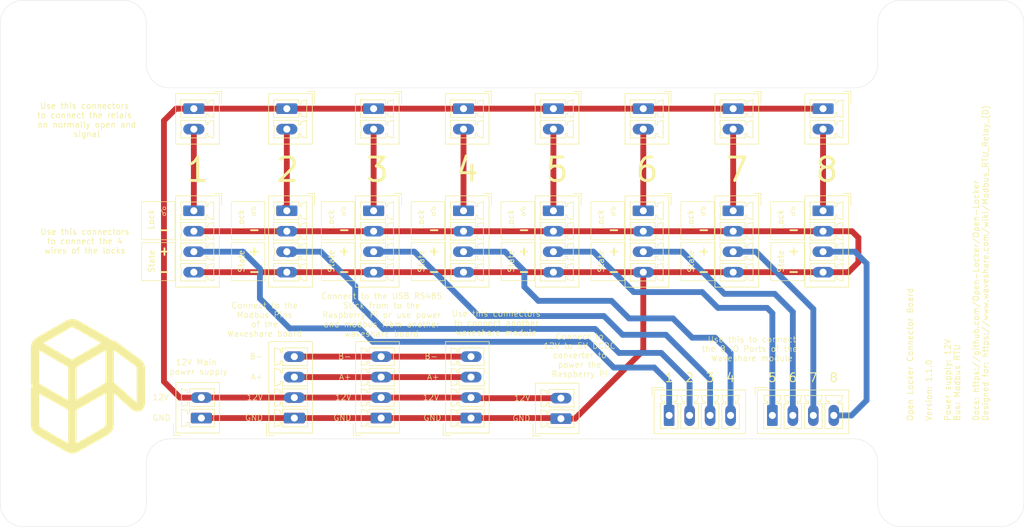
<source format=kicad_pcb>
(kicad_pcb (version 20241229) (generator "pcbnew") (generator_version "9.0")
  (title_block (title "Open Locker Connection Board") (rev "1.0.0"))
  (layers (0 "F.Cu" signal) (2 "B.Cu" signal) (13 "F.Paste" user) (15 "B.Paste" user) (5 "F.SilkS" user "F.Silkscreen") (7 "B.SilkS" user "B.Silkscreen") (1 "F.Mask" user) (3 "B.Mask" user) (25 "Edge.Cuts" user))
  (net 0 "")
  (net 1 "Net-(CH_1-Pin_1)")
  (net 2 "Net-(CH_1-Pin_2)")
  (net 3 "Net-(CH_2-Pin_2)")
  (net 4 "Net-(CH_3-Pin_2)")
  (net 5 "Net-(CH_4-Pin_2)")
  (net 6 "Net-(CH_5-Pin_2)")
  (net 7 "Net-(CH_6-Pin_2)")
  (net 8 "Net-(CH_7-Pin_2)")
  (net 9 "Net-(CH_8-Pin_2)")
  (net 10 "Net-(DC_DC1-Pin_1)")
  (net 11 "Net-(IO_1-Pin_3)")
  (net 12 "Net-(IO_1-Pin_1)")
  (net 13 "Net-(IO_1-Pin_2)")
  (net 14 "Net-(IO_1-Pin_4)")
  (net 15 "Net-(IO_2-Pin_3)")
  (net 16 "Net-(IO_2-Pin_4)")
  (net 17 "Net-(IO_2-Pin_1)")
  (net 18 "Net-(IO_2-Pin_2)")
  (net 19 "Net-(MODBUS_CONNECTION1-Pin_4)")
  (net 20 "Net-(MODBUS_CONNECTION1-Pin_3)")
  (footprint "Connector_Phoenix_MC:PhoenixContact_MCV_1,5_4-G-3.5_1x04_P3.50mm_Vertical" (layer "F.Cu") (at 99 86 -90)
    (property "Reference" "LOCK_2" (hide yes))
    (property "Value" "Conn_01x04" (hide yes))
    (pad "1" thru_hole roundrect (at 0 0 270) (size 1.8 3.6) (drill 1.2) (layers "*.Cu" "*.Mask") (roundrect_rratio 0.138889) (net 3 "Net-(CH_2-Pin_2)"))
    (pad "2" thru_hole oval (at 3.5 0 270) (size 1.8 3.6) (drill 1.2) (layers "*.Cu" "*.Mask") (net 10 "Net-(DC_DC1-Pin_1)"))
    (pad "3" thru_hole oval (at 7 0 270) (size 1.8 3.6) (drill 1.2) (layers "*.Cu" "*.Mask") (net 13 "Net-(IO_1-Pin_2)"))
    (pad "4" thru_hole oval (at 10.5 0 270) (size 1.8 3.6) (drill 1.2) (layers "*.Cu" "*.Mask") (net 10 "Net-(DC_DC1-Pin_1)"))
  )
  (footprint "MountingHole:MountingHole_3.2mm_M3_DIN965" (layer "F.Cu") (at 55 60)
    (property "Reference" "REF**" (hide yes))
    (property "Value" "MountingHole_3.2mm_M3_DIN965" (hide yes))
    (pad "" np_thru_hole circle (at 0 0) (size 3.2 3.2) (drill 3.2) (layers "*.Cu" "*.Mask"))
  )
  (footprint "Connector_Phoenix_MC:PhoenixContact_MCV_1,5_4-G-3.5_1x04_P3.50mm_Vertical" (layer "F.Cu") (at 159.931429 86 -90)
    (property "Reference" "LOCK_6" (hide yes))
    (property "Value" "Conn_01x04" (hide yes))
    (pad "1" thru_hole roundrect (at 0 0 270) (size 1.8 3.6) (drill 1.2) (layers "*.Cu" "*.Mask") (roundrect_rratio 0.138889) (net 7 "Net-(CH_6-Pin_2)"))
    (pad "2" thru_hole oval (at 3.5 0 270) (size 1.8 3.6) (drill 1.2) (layers "*.Cu" "*.Mask") (net 10 "Net-(DC_DC1-Pin_1)"))
    (pad "3" thru_hole oval (at 7 0 270) (size 1.8 3.6) (drill 1.2) (layers "*.Cu" "*.Mask") (net 18 "Net-(IO_2-Pin_2)"))
    (pad "4" thru_hole oval (at 10.5 0 270) (size 1.8 3.6) (drill 1.2) (layers "*.Cu" "*.Mask") (net 10 "Net-(DC_DC1-Pin_1)"))
  )
  (footprint "Connector_Phoenix_MC:PhoenixContact_MCV_1,5_2-G-3.5_1x02_P3.50mm_Vertical" (layer "F.Cu") (at 129.202857 68.55 -90)
    (property "Reference" "CH_4" (hide yes))
    (property "Value" "Conn_01x02" (hide yes))
    (pad "1" thru_hole roundrect (at 0 0 270) (size 1.8 3.6) (drill 1.2) (layers "*.Cu" "*.Mask") (roundrect_rratio 0.138889) (net 1 "Net-(CH_1-Pin_1)"))
    (pad "2" thru_hole oval (at 3.5 0 270) (size 1.8 3.6) (drill 1.2) (layers "*.Cu" "*.Mask") (net 5 "Net-(CH_4-Pin_2)"))
  )
  (footprint "Connector_Phoenix_MC:PhoenixContact_MCV_1,5_4-G-3.5_1x04_P3.50mm_Vertical" (layer "F.Cu") (at 144.567143 86 -90)
    (property "Reference" "LOCK_5" (hide yes))
    (property "Value" "Conn_01x04" (hide yes))
    (pad "1" thru_hole roundrect (at 0 0 270) (size 1.8 3.6) (drill 1.2) (layers "*.Cu" "*.Mask") (roundrect_rratio 0.138889) (net 6 "Net-(CH_5-Pin_2)"))
    (pad "2" thru_hole oval (at 3.5 0 270) (size 1.8 3.6) (drill 1.2) (layers "*.Cu" "*.Mask") (net 10 "Net-(DC_DC1-Pin_1)"))
    (pad "3" thru_hole oval (at 7 0 270) (size 1.8 3.6) (drill 1.2) (layers "*.Cu" "*.Mask") (net 17 "Net-(IO_2-Pin_1)"))
    (pad "4" thru_hole oval (at 10.5 0 270) (size 1.8 3.6) (drill 1.2) (layers "*.Cu" "*.Mask") (net 10 "Net-(DC_DC1-Pin_1)"))
  )
  (footprint "Connector_Phoenix_MC:PhoenixContact_MCV_1,5_2-G-3.5_1x02_P3.50mm_Vertical" (layer "F.Cu") (at 190.66 68.55 -90)
    (property "Reference" "CH_8" (hide yes))
    (property "Value" "Conn_01x02" (hide yes))
    (pad "1" thru_hole roundrect (at 0 0 270) (size 1.8 3.6) (drill 1.2) (layers "*.Cu" "*.Mask") (roundrect_rratio 0.138889) (net 1 "Net-(CH_1-Pin_1)"))
    (pad "2" thru_hole oval (at 3.5 0 270) (size 1.8 3.6) (drill 1.2) (layers "*.Cu" "*.Mask") (net 9 "Net-(CH_8-Pin_2)"))
  )
  (footprint "Connector_Phoenix_MC:PhoenixContact_MCV_1,5_4-G-3.5_1x04_P3.50mm_Vertical" (layer "F.Cu") (at 130.487857 121.4325 90)
    (property "Reference" "UPLINK1" (hide yes))
    (property "Value" "Conn_01x04" (hide yes))
    (pad "1" thru_hole roundrect (at 0 0 90) (size 1.8 3.6) (drill 1.2) (layers "*.Cu" "*.Mask") (roundrect_rratio 0.138889) (net 10 "Net-(DC_DC1-Pin_1)"))
    (pad "2" thru_hole oval (at 3.5 0 90) (size 1.8 3.6) (drill 1.2) (layers "*.Cu" "*.Mask") (net 1 "Net-(CH_1-Pin_1)"))
    (pad "3" thru_hole oval (at 7 0 90) (size 1.8 3.6) (drill 1.2) (layers "*.Cu" "*.Mask") (net 20 "Net-(MODBUS_CONNECTION1-Pin_3)"))
    (pad "4" thru_hole oval (at 10.5 0 90) (size 1.8 3.6) (drill 1.2) (layers "*.Cu" "*.Mask") (net 19 "Net-(MODBUS_CONNECTION1-Pin_4)"))
  )
  (footprint "MountingHole:MountingHole_3.2mm_M3_DIN965" (layer "F.Cu") (at 220 60)
    (property "Reference" "REF**" (hide yes))
    (property "Value" "MountingHole_3.2mm_M3_DIN965" (hide yes))
    (pad "" np_thru_hole circle (at 0 0) (size 3.2 3.2) (drill 3.2) (layers "*.Cu" "*.Mask"))
  )
  (footprint "Connector_Phoenix_MC:PhoenixContact_MCV_1,5_2-G-3.5_1x02_P3.50mm_Vertical" (layer "F.Cu") (at 145.852143 121.5325 90)
    (property "Reference" "DC_DC1" (hide yes))
    (property "Value" "Conn_01x02" (hide yes))
    (pad "1" thru_hole roundrect (at 0 0 90) (size 1.8 3.6) (drill 1.2) (layers "*.Cu" "*.Mask") (roundrect_rratio 0.138889) (net 10 "Net-(DC_DC1-Pin_1)"))
    (pad "2" thru_hole oval (at 3.5 0 90) (size 1.8 3.6) (drill 1.2) (layers "*.Cu" "*.Mask") (net 1 "Net-(CH_1-Pin_1)"))
  )
  (footprint "Connector_Phoenix_MC:PhoenixContact_MCV_1,5_2-G-3.5_1x02_P3.50mm_Vertical" (layer "F.Cu") (at 99 68.55 -90)
    (property "Reference" "CH_2" (hide yes))
    (property "Value" "Conn_01x02" (hide yes))
    (pad "1" thru_hole roundrect (at 0 0 270) (size 1.8 3.6) (drill 1.2) (layers "*.Cu" "*.Mask") (roundrect_rratio 0.138889) (net 1 "Net-(CH_1-Pin_1)"))
    (pad "2" thru_hole oval (at 3.5 0 270) (size 1.8 3.6) (drill 1.2) (layers "*.Cu" "*.Mask") (net 3 "Net-(CH_2-Pin_2)"))
  )
  (footprint "Connector_Phoenix_MC:PhoenixContact_MCV_1,5_2-G-3.5_1x02_P3.50mm_Vertical" (layer "F.Cu") (at 83.11 68.55 -90)
    (property "Reference" "CH_1" (hide yes))
    (property "Value" "Conn_01x02" (hide yes))
    (pad "1" thru_hole roundrect (at 0 0 270) (size 1.8 3.6) (drill 1.2) (layers "*.Cu" "*.Mask") (roundrect_rratio 0.138889) (net 1 "Net-(CH_1-Pin_1)"))
    (pad "2" thru_hole oval (at 3.5 0 270) (size 1.8 3.6) (drill 1.2) (layers "*.Cu" "*.Mask") (net 2 "Net-(CH_1-Pin_2)"))
  )
  (footprint "MountingHole:MountingHole_3.2mm_M3_DIN965" (layer "F.Cu") (at 55 130)
    (property "Reference" "REF**" (hide yes))
    (property "Value" "MountingHole_3.2mm_M3_DIN965" (hide yes))
    (pad "" np_thru_hole circle (at 0 0) (size 3.2 3.2) (drill 3.2) (layers "*.Cu" "*.Mask"))
  )
  (footprint "Connector_Phoenix_MC:PhoenixContact_MCV_1,5_4-G-3.5_1x04_P3.50mm_Vertical" (layer "F.Cu") (at 115.123571 121.4325 90)
    (property "Reference" "MODBUS_CONNECTION1" (hide yes))
    (property "Value" "Conn_01x04" (hide yes))
    (pad "1" thru_hole roundrect (at 0 0 90) (size 1.8 3.6) (drill 1.2) (layers "*.Cu" "*.Mask") (roundrect_rratio 0.138889) (net 10 "Net-(DC_DC1-Pin_1)"))
    (pad "2" thru_hole oval (at 3.5 0 90) (size 1.8 3.6) (drill 1.2) (layers "*.Cu" "*.Mask") (net 1 "Net-(CH_1-Pin_1)"))
    (pad "3" thru_hole oval (at 7 0 90) (size 1.8 3.6) (drill 1.2) (layers "*.Cu" "*.Mask") (net 20 "Net-(MODBUS_CONNECTION1-Pin_3)"))
    (pad "4" thru_hole oval (at 10.5 0 90) (size 1.8 3.6) (drill 1.2) (layers "*.Cu" "*.Mask") (net 19 "Net-(MODBUS_CONNECTION1-Pin_4)"))
  )
  (footprint "LOGO" (layer "F.Cu") (at 65 116)
    (property "Reference" "G***" (hide yes))
    (property "Value" "LOGO" (hide yes))
  )
  (footprint "Connector_Phoenix_MC:PhoenixContact_MCV_1,5_2-G-3.5_1x02_P3.50mm_Vertical" (layer "F.Cu") (at 113.838571 68.55 -90)
    (property "Reference" "CH_3" (hide yes))
    (property "Value" "Conn_01x02" (hide yes))
    (pad "1" thru_hole roundrect (at 0 0 270) (size 1.8 3.6) (drill 1.2) (layers "*.Cu" "*.Mask") (roundrect_rratio 0.138889) (net 1 "Net-(CH_1-Pin_1)"))
    (pad "2" thru_hole oval (at 3.5 0 270) (size 1.8 3.6) (drill 1.2) (layers "*.Cu" "*.Mask") (net 4 "Net-(CH_3-Pin_2)"))
  )
  (footprint "Connector_Phoenix_MC:PhoenixContact_MCV_1,5_4-G-3.5_1x04_P3.50mm_Vertical" (layer "F.Cu") (at 113.838571 86 -90)
    (property "Reference" "LOCK_3" (hide yes))
    (property "Value" "Conn_01x04" (hide yes))
    (pad "1" thru_hole roundrect (at 0 0 270) (size 1.8 3.6) (drill 1.2) (layers "*.Cu" "*.Mask") (roundrect_rratio 0.138889) (net 4 "Net-(CH_3-Pin_2)"))
    (pad "2" thru_hole oval (at 3.5 0 270) (size 1.8 3.6) (drill 1.2) (layers "*.Cu" "*.Mask") (net 10 "Net-(DC_DC1-Pin_1)"))
    (pad "3" thru_hole oval (at 7 0 270) (size 1.8 3.6) (drill 1.2) (layers "*.Cu" "*.Mask") (net 11 "Net-(IO_1-Pin_3)"))
    (pad "4" thru_hole oval (at 10.5 0 270) (size 1.8 3.6) (drill 1.2) (layers "*.Cu" "*.Mask") (net 10 "Net-(DC_DC1-Pin_1)"))
  )
  (footprint "Connector_Phoenix_MC:PhoenixContact_MCV_1,5_2-G-3.5_1x02_P3.50mm_Vertical" (layer "F.Cu") (at 175.295714 68.55 -90)
    (property "Reference" "CH_7" (hide yes))
    (property "Value" "Conn_01x02" (hide yes))
    (pad "1" thru_hole roundrect (at 0 0 270) (size 1.8 3.6) (drill 1.2) (layers "*.Cu" "*.Mask") (roundrect_rratio 0.138889) (net 1 "Net-(CH_1-Pin_1)"))
    (pad "2" thru_hole oval (at 3.5 0 270) (size 1.8 3.6) (drill 1.2) (layers "*.Cu" "*.Mask") (net 8 "Net-(CH_7-Pin_2)"))
  )
  (footprint "Connector_Phoenix_MC:PhoenixContact_MCV_1,5_4-G-3.5_1x04_P3.50mm_Vertical" (layer "F.Cu") (at 190.66 86 -90)
    (property "Reference" "LOCK_8" (hide yes))
    (property "Value" "Conn_01x04" (hide yes))
    (pad "1" thru_hole roundrect (at 0 0 270) (size 1.8 3.6) (drill 1.2) (layers "*.Cu" "*.Mask") (roundrect_rratio 0.138889) (net 9 "Net-(CH_8-Pin_2)"))
    (pad "2" thru_hole oval (at 3.5 0 270) (size 1.8 3.6) (drill 1.2) (layers "*.Cu" "*.Mask") (net 10 "Net-(DC_DC1-Pin_1)"))
    (pad "3" thru_hole oval (at 7 0 270) (size 1.8 3.6) (drill 1.2) (layers "*.Cu" "*.Mask") (net 16 "Net-(IO_2-Pin_4)"))
    (pad "4" thru_hole oval (at 10.5 0 270) (size 1.8 3.6) (drill 1.2) (layers "*.Cu" "*.Mask") (net 10 "Net-(DC_DC1-Pin_1)"))
  )
  (footprint "Connector_Phoenix_MC:PhoenixContact_MCV_1,5_4-G-3.5_1x04_P3.50mm_Vertical" (layer "F.Cu") (at 83.11 86 -90)
    (property "Reference" "LOCK_1" (hide yes))
    (property "Value" "Conn_01x04" (hide yes))
    (pad "1" thru_hole roundrect (at 0 0 270) (size 1.8 3.6) (drill 1.2) (layers "*.Cu" "*.Mask") (roundrect_rratio 0.138889) (net 2 "Net-(CH_1-Pin_2)"))
    (pad "2" thru_hole oval (at 3.5 0 270) (size 1.8 3.6) (drill 1.2) (layers "*.Cu" "*.Mask") (net 10 "Net-(DC_DC1-Pin_1)"))
    (pad "3" thru_hole oval (at 7 0 270) (size 1.8 3.6) (drill 1.2) (layers "*.Cu" "*.Mask") (net 12 "Net-(IO_1-Pin_1)"))
    (pad "4" thru_hole oval (at 10.5 0 270) (size 1.8 3.6) (drill 1.2) (layers "*.Cu" "*.Mask") (net 10 "Net-(DC_DC1-Pin_1)"))
  )
  (footprint "Connector_Phoenix_MC:PhoenixContact_MCV_1,5_4-G-3.5_1x04_P3.50mm_Vertical" (layer "F.Cu") (at 164.35 120.9825)
    (property "Reference" "IO_1" (hide yes))
    (property "Value" "1-4" (hide yes))
    (pad "1" thru_hole roundrect (at 0 0) (size 1.8 3.6) (drill 1.2) (layers "*.Cu" "*.Mask") (roundrect_rratio 0.138889) (net 12 "Net-(IO_1-Pin_1)"))
    (pad "2" thru_hole oval (at 3.5 0) (size 1.8 3.6) (drill 1.2) (layers "*.Cu" "*.Mask") (net 13 "Net-(IO_1-Pin_2)"))
    (pad "3" thru_hole oval (at 7 0) (size 1.8 3.6) (drill 1.2) (layers "*.Cu" "*.Mask") (net 11 "Net-(IO_1-Pin_3)"))
    (pad "4" thru_hole oval (at 10.5 0) (size 1.8 3.6) (drill 1.2) (layers "*.Cu" "*.Mask") (net 14 "Net-(IO_1-Pin_4)"))
  )
  (footprint "Connector_Phoenix_MC:PhoenixContact_MCV_1,5_4-G-3.5_1x04_P3.50mm_Vertical" (layer "F.Cu") (at 129.202857 86 -90)
    (property "Reference" "LOCK_4" (hide yes))
    (property "Value" "Conn_01x04" (hide yes))
    (pad "1" thru_hole roundrect (at 0 0 270) (size 1.8 3.6) (drill 1.2) (layers "*.Cu" "*.Mask") (roundrect_rratio 0.138889) (net 5 "Net-(CH_4-Pin_2)"))
    (pad "2" thru_hole oval (at 3.5 0 270) (size 1.8 3.6) (drill 1.2) (layers "*.Cu" "*.Mask") (net 10 "Net-(DC_DC1-Pin_1)"))
    (pad "3" thru_hole oval (at 7 0 270) (size 1.8 3.6) (drill 1.2) (layers "*.Cu" "*.Mask") (net 14 "Net-(IO_1-Pin_4)"))
    (pad "4" thru_hole oval (at 10.5 0 270) (size 1.8 3.6) (drill 1.2) (layers "*.Cu" "*.Mask") (net 10 "Net-(DC_DC1-Pin_1)"))
  )
  (footprint "Connector_Phoenix_MC:PhoenixContact_MCV_1,5_4-G-3.5_1x04_P3.50mm_Vertical" (layer "F.Cu") (at 100.285 121.4325 90)
    (property "Reference" "WAVESHARE1" (hide yes))
    (property "Value" "Conn_01x04" (hide yes))
    (pad "1" thru_hole roundrect (at 0 0 90) (size 1.8 3.6) (drill 1.2) (layers "*.Cu" "*.Mask") (roundrect_rratio 0.138889) (net 10 "Net-(DC_DC1-Pin_1)"))
    (pad "2" thru_hole oval (at 3.5 0 90) (size 1.8 3.6) (drill 1.2) (layers "*.Cu" "*.Mask") (net 1 "Net-(CH_1-Pin_1)"))
    (pad "3" thru_hole oval (at 7 0 90) (size 1.8 3.6) (drill 1.2) (layers "*.Cu" "*.Mask") (net 20 "Net-(MODBUS_CONNECTION1-Pin_3)"))
    (pad "4" thru_hole oval (at 10.5 0 90) (size 1.8 3.6) (drill 1.2) (layers "*.Cu" "*.Mask") (net 19 "Net-(MODBUS_CONNECTION1-Pin_4)"))
  )
  (footprint "Connector_Phoenix_MC:PhoenixContact_MCV_1,5_2-G-3.5_1x02_P3.50mm_Vertical" (layer "F.Cu") (at 144.567143 68.55 -90)
    (property "Reference" "CH_5" (hide yes))
    (property "Value" "Conn_01x02" (hide yes))
    (pad "1" thru_hole roundrect (at 0 0 270) (size 1.8 3.6) (drill 1.2) (layers "*.Cu" "*.Mask") (roundrect_rratio 0.138889) (net 1 "Net-(CH_1-Pin_1)"))
    (pad "2" thru_hole oval (at 3.5 0 270) (size 1.8 3.6) (drill 1.2) (layers "*.Cu" "*.Mask") (net 6 "Net-(CH_5-Pin_2)"))
  )
  (footprint "Connector_Phoenix_MC:PhoenixContact_MCV_1,5_4-G-3.5_1x04_P3.50mm_Vertical" (layer "F.Cu") (at 181.995 120.9825)
    (property "Reference" "IO_2" (hide yes))
    (property "Value" "5-8" (hide yes))
    (pad "1" thru_hole roundrect (at 0 0) (size 1.8 3.6) (drill 1.2) (layers "*.Cu" "*.Mask") (roundrect_rratio 0.138889) (net 17 "Net-(IO_2-Pin_1)"))
    (pad "2" thru_hole oval (at 3.5 0) (size 1.8 3.6) (drill 1.2) (layers "*.Cu" "*.Mask") (net 18 "Net-(IO_2-Pin_2)"))
    (pad "3" thru_hole oval (at 7 0) (size 1.8 3.6) (drill 1.2) (layers "*.Cu" "*.Mask") (net 15 "Net-(IO_2-Pin_3)"))
    (pad "4" thru_hole oval (at 10.5 0) (size 1.8 3.6) (drill 1.2) (layers "*.Cu" "*.Mask") (net 16 "Net-(IO_2-Pin_4)"))
  )
  (footprint "Connector_Phoenix_MC:PhoenixContact_MCV_1,5_4-G-3.5_1x04_P3.50mm_Vertical" (layer "F.Cu") (at 175.295714 86 -90)
    (property "Reference" "LOCK_7" (hide yes))
    (property "Value" "Conn_01x04" (hide yes))
    (pad "1" thru_hole roundrect (at 0 0 270) (size 1.8 3.6) (drill 1.2) (layers "*.Cu" "*.Mask") (roundrect_rratio 0.138889) (net 8 "Net-(CH_7-Pin_2)"))
    (pad "2" thru_hole oval (at 3.5 0 270) (size 1.8 3.6) (drill 1.2) (layers "*.Cu" "*.Mask") (net 10 "Net-(DC_DC1-Pin_1)"))
    (pad "3" thru_hole oval (at 7 0 270) (size 1.8 3.6) (drill 1.2) (layers "*.Cu" "*.Mask") (net 15 "Net-(IO_2-Pin_3)"))
    (pad "4" thru_hole oval (at 10.5 0 270) (size 1.8 3.6) (drill 1.2) (layers "*.Cu" "*.Mask") (net 10 "Net-(DC_DC1-Pin_1)"))
  )
  (footprint "Connector_Phoenix_MC:PhoenixContact_MCV_1,5_2-G-3.5_1x02_P3.50mm_Vertical" (layer "F.Cu") (at 159.931429 68.55 -90)
    (property "Reference" "CH_6" (hide yes))
    (property "Value" "Conn_01x02" (hide yes))
    (pad "1" thru_hole roundrect (at 0 0 270) (size 1.8 3.6) (drill 1.2) (layers "*.Cu" "*.Mask") (roundrect_rratio 0.138889) (net 1 "Net-(CH_1-Pin_1)"))
    (pad "2" thru_hole oval (at 3.5 0 270) (size 1.8 3.6) (drill 1.2) (layers "*.Cu" "*.Mask") (net 7 "Net-(CH_6-Pin_2)"))
  )
  (footprint "MountingHole:MountingHole_3.2mm_M3_DIN965" (layer "F.Cu") (at 220 130)
    (property "Reference" "REF**" (hide yes))
    (property "Value" "MountingHole_3.2mm_M3_DIN965" (hide yes))
    (pad "" np_thru_hole circle (at 0 0) (size 3.2 3.2) (drill 3.2) (layers "*.Cu" "*.Mask"))
  )
  (footprint "Connector_Phoenix_MC:PhoenixContact_MCV_1,5_2-G-3.5_1x02_P3.50mm_Vertical" (layer "F.Cu") (at 84.395 121.4325 90)
    (property "Reference" "POWER1" (hide yes))
    (property "Value" "Conn_01x02" (hide yes))
    (pad "1" thru_hole roundrect (at 0 0 90) (size 1.8 3.6) (drill 1.2) (layers "*.Cu" "*.Mask") (roundrect_rratio 0.138889) (net 10 "Net-(DC_DC1-Pin_1)"))
    (pad "2" thru_hole oval (at 3.5 0 90) (size 1.8 3.6) (drill 1.2) (layers "*.Cu" "*.Mask") (net 1 "Net-(CH_1-Pin_1)"))
  )
  (gr_rect (start 120.272857 91.4475) (end 125.982857 97.95) (stroke (width 0.1)) (fill no) (layer "F.SilkS"))
  (gr_circle (center 139.517143 86.58) (end 139.767143 86.58) (stroke (width 0.1)) (fill no) (layer "F.SilkS"))
  (gr_circle (center 185.61 86.58) (end 185.86 86.58) (stroke (width 0.1)) (fill no) (layer "F.SilkS"))
  (gr_circle (center 139.517143 85.58) (end 139.767143 85.58) (stroke (width 0.1)) (fill no) (layer "F.SilkS"))
  (gr_line (start 123.952857 86.43) (end 123.552857 85.73) (stroke (width 0.1)) (layer "F.SilkS"))
  (gr_rect (start 166.365714 91.4475) (end 172.075714 97.95) (stroke (width 0.1)) (fill no) (layer "F.SilkS"))
  (gr_rect (start 120.262857 84.45) (end 125.972857 90.9525) (stroke (width 0.1)) (fill no) (layer "F.SilkS"))
  (gr_circle (center 93.424286 85.58) (end 93.674286 85.58) (stroke (width 0.1)) (fill no) (layer "F.SilkS"))
  (gr_rect (start 135.627143 84.45) (end 141.337143 90.9525) (stroke (width 0.1)) (fill no) (layer "F.SilkS"))
  (gr_line (start 139.317143 86.43) (end 138.917143 85.73) (stroke (width 0.1)) (layer "F.SilkS"))
  (gr_rect (start 89.544286 91.4475) (end 95.254286 97.95) (stroke (width 0.1)) (fill no) (layer "F.SilkS"))
  (gr_rect (start 181.73 91.4475) (end 187.44 97.95) (stroke (width 0.1)) (fill no) (layer "F.SilkS"))
  (gr_line (start 93.224286 86.43) (end 92.824286 85.73) (stroke (width 0.1)) (layer "F.SilkS"))
  (gr_rect (start 74.18 91.4475) (end 79.89 97.95) (stroke (width 0.1)) (fill no) (layer "F.SilkS"))
  (gr_circle (center 170.245714 86.58) (end 170.495714 86.58) (stroke (width 0.1)) (fill no) (layer "F.SilkS"))
  (gr_rect (start 166.355714 84.45) (end 172.065714 90.9525) (stroke (width 0.1)) (fill no) (layer "F.SilkS"))
  (gr_circle (center 93.424286 86.58) (end 93.674286 86.58) (stroke (width 0.1)) (fill no) (layer "F.SilkS"))
  (gr_circle (center 124.152857 86.58) (end 124.402857 86.58) (stroke (width 0.1)) (fill no) (layer "F.SilkS"))
  (gr_circle (center 78.06 86.58) (end 78.31 86.58) (stroke (width 0.1)) (fill no) (layer "F.SilkS"))
  (gr_rect (start 104.908571 91.4475) (end 110.618571 97.95) (stroke (width 0.1)) (fill no) (layer "F.SilkS"))
  (gr_circle (center 170.245714 85.58) (end 170.495714 85.58) (stroke (width 0.1)) (fill no) (layer "F.SilkS"))
  (gr_line (start 154.681429 86.43) (end 154.281429 85.73) (stroke (width 0.1)) (layer "F.SilkS"))
  (gr_circle (center 124.152857 85.58) (end 124.402857 85.58) (stroke (width 0.1)) (fill no) (layer "F.SilkS"))
  (gr_rect (start 135.637143 91.4475) (end 141.347143 97.95) (stroke (width 0.1)) (fill no) (layer "F.SilkS"))
  (gr_line (start 170.045714 86.43) (end 169.645714 85.73) (stroke (width 0.1)) (layer "F.SilkS"))
  (gr_circle (center 154.881429 86.58) (end 155.131429 86.58) (stroke (width 0.1)) (fill no) (layer "F.SilkS"))
  (gr_circle (center 108.788571 85.58) (end 109.038571 85.58) (stroke (width 0.1)) (fill no) (layer "F.SilkS"))
  (gr_circle (center 78.06 85.58) (end 78.31 85.58) (stroke (width 0.1)) (fill no) (layer "F.SilkS"))
  (gr_rect (start 104.898571 84.45) (end 110.608571 90.9525) (stroke (width 0.1)) (fill no) (layer "F.SilkS"))
  (gr_rect (start 181.72 84.45) (end 187.43 90.9525) (stroke (width 0.1)) (fill no) (layer "F.SilkS"))
  (gr_rect (start 89.534286 84.45) (end 95.244286 90.9525) (stroke (width 0.1)) (fill no) (layer "F.SilkS"))
  (gr_rect (start 150.991429 84.45) (end 156.701429 90.9525) (stroke (width 0.1)) (fill no) (layer "F.SilkS"))
  (gr_circle (center 185.61 85.58) (end 185.86 85.58) (stroke (width 0.1)) (fill no) (layer "F.SilkS"))
  (gr_line (start 108.588571 86.43) (end 108.188571 85.73) (stroke (width 0.1)) (layer "F.SilkS"))
  (gr_rect (start 151.001429 91.4475) (end 156.711429 97.95) (stroke (width 0.1)) (fill no) (layer "F.SilkS"))
  (gr_circle (center 108.788571 86.58) (end 109.038571 86.58) (stroke (width 0.1)) (fill no) (layer "F.SilkS"))
  (gr_line (start 185.41 86.43) (end 185.01 85.73) (stroke (width 0.1)) (layer "F.SilkS"))
  (gr_line (start 77.86 86.43) (end 77.46 85.73) (stroke (width 0.1)) (layer "F.SilkS"))
  (gr_rect (start 74.17 84.45) (end 79.88 90.9525) (stroke (width 0.1)) (fill no) (layer "F.SilkS"))
  (gr_circle (center 154.881429 85.58) (end 155.131429 85.58) (stroke (width 0.1)) (fill no) (layer "F.SilkS"))
  (gr_arc (start 71 50) (mid 73.828427 51.171573) (end 75 54) (stroke (width 0.05)) (layer "Edge.Cuts"))
  (gr_line (start 54 140) (end 71 140) (stroke (width 0.05)) (layer "Edge.Cuts"))
  (gr_arc (start 79 65) (mid 76.171573 63.828427) (end 75 61) (stroke (width 0.05)) (layer "Edge.Cuts"))
  (gr_arc (start 204 140) (mid 201.171573 138.828427) (end 200 136) (stroke (width 0.05)) (layer "Edge.Cuts"))
  (gr_arc (start 221 50) (mid 223.828427 51.171573) (end 225 54) (stroke (width 0.05)) (layer "Edge.Cuts"))
  (gr_arc (start 50 54) (mid 51.171573 51.171573) (end 54 50) (stroke (width 0.05)) (layer "Edge.Cuts"))
  (gr_line (start 225 54) (end 225 136) (stroke (width 0.05)) (layer "Edge.Cuts"))
  (gr_line (start 75 136) (end 75 129) (stroke (width 0.05)) (layer "Edge.Cuts"))
  (gr_arc (start 225 136) (mid 223.828427 138.828427) (end 221 140) (stroke (width 0.05)) (layer "Edge.Cuts"))
  (gr_arc (start 200 61) (mid 198.828427 63.828427) (end 196 65) (stroke (width 0.05)) (layer "Edge.Cuts"))
  (gr_arc (start 200 54) (mid 201.171573 51.171573) (end 204 50) (stroke (width 0.05)) (layer "Edge.Cuts"))
  (gr_line (start 200 136) (end 200 129) (stroke (width 0.05)) (layer "Edge.Cuts"))
  (gr_arc (start 75 136) (mid 73.828427 138.828427) (end 71 140) (stroke (width 0.05)) (layer "Edge.Cuts"))
  (gr_line (start 221 50) (end 204 50) (stroke (width 0.05)) (layer "Edge.Cuts"))
  (gr_arc (start 75 129) (mid 76.171573 126.171573) (end 79 125) (stroke (width 0.05)) (layer "Edge.Cuts"))
  (gr_line (start 200 54) (end 200 61) (stroke (width 0.05)) (layer "Edge.Cuts"))
  (gr_line (start 50 136) (end 50 54) (stroke (width 0.05)) (layer "Edge.Cuts"))
  (gr_arc (start 54 140) (mid 51.171573 138.828427) (end 50 136) (stroke (width 0.05)) (layer "Edge.Cuts"))
  (gr_line (start 79 125) (end 196 125) (stroke (width 0.05)) (layer "Edge.Cuts"))
  (gr_line (start 75 54) (end 75 61) (stroke (width 0.05)) (layer "Edge.Cuts"))
  (gr_arc (start 196 125) (mid 198.828427 126.171573) (end 200 129) (stroke (width 0.05)) (layer "Edge.Cuts"))
  (gr_line (start 221 140) (end 204 140) (stroke (width 0.05)) (layer "Edge.Cuts"))
  (gr_line (start 79 65) (end 196 65) (stroke (width 0.05)) (layer "Edge.Cuts"))
  (gr_line (start 54 50) (end 71 50) (stroke (width 0.05)) (layer "Edge.Cuts"))
  (gr_text "A+" (at 92.752381 114.972 0) (layer "F.SilkS") (effects (font (size 1 1) (thickness 0.1)) (justify left bottom)))
  (gr_text "5" (at 181.149465 115.4 0) (layer "F.SilkS") (effects (font (size 1.5 1.5) (thickness 0.1875)) (justify left bottom)))
  (gr_text "-" (at 107.688571 90.1 0) (layer "F.SilkS") (effects (font (size 1.5 1.5) (thickness 0.3) (bold yes)) (justify left bottom)))
  (gr_text "7" (at 175.938214 79 0) (layer "F.SilkS") (effects (font (size 4 4) (thickness 0.5))))
  (gr_text "-" (at 153.781429 90.1 0) (layer "F.SilkS") (effects (font (size 1.5 1.5) (thickness 0.3) (bold yes)) (justify left bottom)))
  (gr_text "-" (at 138.417143 90.1 0) (layer "F.SilkS") (effects (font (size 1.5 1.5) (thickness 0.3) (bold yes)) (justify left bottom)))
  (gr_text "A+" (at 122.890357 114.972 0) (layer "F.SilkS") (effects (font (size 1 1) (thickness 0.1)) (justify left bottom)))
  (gr_text "GND" (at 122.290357 121.972 0) (layer "F.SilkS") (effects (font (size 1 1) (thickness 0.1)) (justify left bottom)))
  (gr_text "Lock" (at 91.184286 87.51 90) (layer "F.SilkS") (effects (font (size 1 1) (thickness 0.125))))
  (gr_text "8" (at 191.649465 115.4 0) (layer "F.SilkS") (effects (font (size 1.5 1.5) (thickness 0.1875)) (justify left bottom)))
  (gr_text "4" (at 129.845357 79 0) (layer "F.SilkS") (effects (font (size 4 4) (thickness 0.5))))
  (gr_text "12V" (at 107.185714 118.472 0) (layer "F.SilkS") (effects (font (size 1 1) (thickness 0.1)) (justify left bottom)))
  (gr_text "Lock" (at 152.641429 87.51 90) (layer "F.SilkS") (effects (font (size 1 1) (thickness 0.125))))
  (gr_text "12V Main \npower supply\n" (at 83.9 112.7 0) (layer "F.SilkS") (effects (font (size 1 1) (thickness 0.1))))
  (gr_text "GND" (at 106.9 121.972 0) (layer "F.SilkS") (effects (font (size 1 1) (thickness 0.1)) (justify left bottom)))
  (gr_text "3" (at 114.481071 79 0) (layer "F.SilkS") (effects (font (size 4 4) (thickness 0.5))))
  (gr_text "Use this to connect\nthe 8 IO Ports of the \nWaveshare module" (at 178.5 109.6 0) (layer "F.SilkS") (effects (font (size 1 1) (thickness 0.1))))
  (gr_text "+" (at 169.145714 93.746 0) (layer "F.SilkS") (effects (font (size 1.5 1.5) (thickness 0.3) (bold yes)) (justify left bottom)))
  (gr_text "+" (at 153.781429 93.746 0) (layer "F.SilkS") (effects (font (size 1.5 1.5) (thickness 0.3) (bold yes)) (justify left bottom)))
  (gr_text "Use this connectors\nto connect the 4\nwires of the locks\n" (at 64.5 91.2 0) (layer "F.SilkS") (effects (font (size 1 1) (thickness 0.125))))
  (gr_text "-" (at 123.052857 97.246 0) (layer "F.SilkS") (effects (font (size 1.5 1.5) (thickness 0.3) (bold yes)) (justify left bottom)))
  (gr_text "GND" (at 91.8 121.972 0) (layer "F.SilkS") (effects (font (size 1 1) (thickness 0.1)) (justify left bottom)))
  (gr_text "+" (at 107.688571 93.746 0) (layer "F.SilkS") (effects (font (size 1.5 1.5) (thickness 0.3) (bold yes)) (justify left bottom)))
  (gr_text "-" (at 153.781429 97.246 0) (layer "F.SilkS") (effects (font (size 1.5 1.5) (thickness 0.3) (bold yes)) (justify left bottom)))
  (gr_text "GND" (at 76 121.972 0) (layer "F.SilkS") (effects (font (size 1 1) (thickness 0.1)) (justify left bottom)))
  (gr_text "4" (at 174.004465 115.4 0) (layer "F.SilkS") (effects (font (size 1.5 1.5) (thickness 0.1875)) (justify left bottom)))
  (gr_text "B-" (at 107.709524 111.472 0) (layer "F.SilkS") (effects (font (size 1 1) (thickness 0.1)) (justify left bottom)))
  (gr_text "1" (at 163.504465 115.4 0) (layer "F.SilkS") (effects (font (size 1.5 1.5) (thickness 0.1875)) (justify left bottom)))
  (gr_text "6" (at 184.649465 115.4 0) (layer "F.SilkS") (effects (font (size 1.5 1.5) (thickness 0.1875)) (justify left bottom)))
  (gr_text "+" (at 138.417143 93.746 0) (layer "F.SilkS") (effects (font (size 1.5 1.5) (thickness 0.3) (bold yes)) (justify left bottom)))
  (gr_text "12V" (at 122.190357 118.472 0) (layer "F.SilkS") (effects (font (size 1 1) (thickness 0.1)) (justify left bottom)))
  (gr_text "1" (at 83.7525 79 0) (layer "F.SilkS") (effects (font (size 4 4) (thickness 0.5))))
  (gr_text "Lock" (at 106.548571 87.51 90) (layer "F.SilkS") (effects (font (size 1 1) (thickness 0.125))))
  (gr_text "State" (at 137.337143 94.63 90) (layer "F.SilkS") (effects (font (size 1 1) (thickness 0.125))))
  (gr_text "Open Locker Connector Board\n\nVersion: 1.1.0\n\nPower supply: 12V\nBus: Modbus RTU\n\nDocs: https://github.com/Open-Locker/Open-Locker\nDesigned for: https://www.waveshare.com/wiki/Modbus_RTU_Relay_(D)" (at 219 122 90) (layer "F.SilkS") (effects (font (size 1 1) (thickness 0.125)) (justify left bottom)))
  (gr_text "-" (at 169.145714 90.1 0) (layer "F.SilkS") (effects (font (size 1.5 1.5) (thickness 0.3) (bold yes)) (justify left bottom)))
  (gr_text "Connect to the\nModbus Pins\nof the\nWaveshare board" (at 95.2 104.6 0) (layer "F.SilkS") (effects (font (size 1 1) (thickness 0.1))))
  (gr_text "State" (at 152.701429 94.63 90) (layer "F.SilkS") (effects (font (size 1 1) (thickness 0.125))))
  (gr_text "State" (at 91.244286 94.63 90) (layer "F.SilkS") (effects (font (size 1 1) (thickness 0.125))))
  (gr_text "Lock" (at 75.82 87.51 90) (layer "F.SilkS") (effects (font (size 1 1) (thickness 0.125))))
  (gr_text "-" (at 169.145714 97.246 0) (layer "F.SilkS") (effects (font (size 1.5 1.5) (thickness 0.3) (bold yes)) (justify left bottom)))
  (gr_text "Use this connectors \nto connect the relais \non normally open and\nsignal" (at 64.805 70.47 0) (layer "F.SilkS") (effects (font (size 1 1) (thickness 0.125))))
  (gr_text "A+" (at 107.852381 114.972 0) (layer "F.SilkS") (effects (font (size 1 1) (thickness 0.1)) (justify left bottom)))
  (gr_text "2" (at 99.116786 79 0) (layer "F.SilkS") (effects (font (size 4 4) (thickness 0.5))))
  (gr_text "Lock" (at 137.277143 87.51 90) (layer "F.SilkS") (effects (font (size 1 1) (thickness 0.125))))
  (gr_text "-" (at 184.51 97.246 0) (layer "F.SilkS") (effects (font (size 1.5 1.5) (thickness 0.3) (bold yes)) (justify left bottom)))
  (gr_text "B-" (at 122.490357 111.472 0) (layer "F.SilkS") (effects (font (size 1 1) (thickness 0.1)) (justify left bottom)))
  (gr_text "State" (at 106.608571 94.63 90) (layer "F.SilkS") (effects (font (size 1 1) (thickness 0.125))))
  (gr_text "5" (at 145.209643 79 0) (layer "F.SilkS") (effects (font (size 4 4) (thickness 0.5))))
  (gr_text "B-" (at 92.609524 111.472 0) (layer "F.SilkS") (effects (font (size 1 1) (thickness 0.1)) (justify left bottom)))
  (gr_text "-" (at 123.052857 90.1 0) (layer "F.SilkS") (effects (font (size 1.5 1.5) (thickness 0.3) (bold yes)) (justify left bottom)))
  (gr_text "-" (at 107.688571 97.246 0) (layer "F.SilkS") (effects (font (size 1.5 1.5) (thickness 0.3) (bold yes)) (justify left bottom)))
  (gr_text "+" (at 76.96 93.746 0) (layer "F.SilkS") (effects (font (size 1.5 1.5) (thickness 0.3) (bold yes)) (justify left bottom)))
  (gr_text "12V" (at 76 118.472 0) (layer "F.SilkS") (effects (font (size 1 1) (thickness 0.1)) (justify left bottom)))
  (gr_text "Lock" (at 121.912857 87.51 90) (layer "F.SilkS") (effects (font (size 1 1) (thickness 0.125))))
  (gr_text "8" (at 191.3025 79 0) (layer "F.SilkS") (effects (font (size 4 4) (thickness 0.5))))
  (gr_text "12V" (at 137.785714 118.572 0) (layer "F.SilkS") (effects (font (size 1 1) (thickness 0.1)) (justify left bottom)))
  (gr_text "Lock" (at 183.37 87.51 90) (layer "F.SilkS") (effects (font (size 1 1) (thickness 0.125))))
  (gr_text "State" (at 75.88 94.63 90) (layer "F.SilkS") (effects (font (size 1 1) (thickness 0.125))))
  (gr_text "Connect to\n12V to 5V DCDC\nconverter to\npower the\nRaspberry Pi\n" (at 149.054643 110.7 0) (layer "F.SilkS") (effects (font (size 1 1) (thickness 0.1))))
  (gr_text "State" (at 168.065714 94.63 90) (layer "F.SilkS") (effects (font (size 1 1) (thickness 0.125))))
  (gr_text "6" (at 160.573929 79 0) (layer "F.SilkS") (effects (font (size 4 4) (thickness 0.5))))
  (gr_text "Use this connectors\nto connect another\nwaveshare module" (at 134.8 105.2 0) (layer "F.SilkS") (effects (font (size 1 1) (thickness 0.1))))
  (gr_text "+" (at 184.51 93.746 0) (layer "F.SilkS") (effects (font (size 1.5 1.5) (thickness 0.3) (bold yes)) (justify left bottom)))
  (gr_text "7" (at 188.149465 115.4 0) (layer "F.SilkS") (effects (font (size 1.5 1.5) (thickness 0.1875)) (justify left bottom)))
  (gr_text "-" (at 76.96 97.246 0) (layer "F.SilkS") (effects (font (size 1.5 1.5) (thickness 0.3) (bold yes)) (justify left bottom)))
  (gr_text "State" (at 121.972857 94.63 90) (layer "F.SilkS") (effects (font (size 1 1) (thickness 0.125))))
  (gr_text "-" (at 184.51 90.1 0) (layer "F.SilkS") (effects (font (size 1.5 1.5) (thickness 0.3) (bold yes)) (justify left bottom)))
  (gr_text "+" (at 123.052857 93.746 0) (layer "F.SilkS") (effects (font (size 1.5 1.5) (thickness 0.3) (bold yes)) (justify left bottom)))
  (gr_text "-" (at 138.417143 97.246 0) (layer "F.SilkS") (effects (font (size 1.5 1.5) (thickness 0.3) (bold yes)) (justify left bottom)))
  (gr_text "+" (at 92.324286 93.746 0) (layer "F.SilkS") (effects (font (size 1.5 1.5) (thickness 0.3) (bold yes)) (justify left bottom)))
  (gr_text "Lock" (at 168.005714 87.51 90) (layer "F.SilkS") (effects (font (size 1 1) (thickness 0.125))))
  (gr_text "12V" (at 92.085714 118.472 0) (layer "F.SilkS") (effects (font (size 1 1) (thickness 0.1)) (justify left bottom)))
  (gr_text "-" (at 76.96 90.1 0) (layer "F.SilkS") (effects (font (size 1.5 1.5) (thickness 0.3) (bold yes)) (justify left bottom)))
  (gr_text "2" (at 167.004465 115.4 0) (layer "F.SilkS") (effects (font (size 1.5 1.5) (thickness 0.1875)) (justify left bottom)))
  (gr_text "Connect to the USB RS485\nStick from to the\nRaspberry Pi or use power\nand modbus from another\nwaveshare board" (at 115.2 103.8 0) (layer "F.SilkS") (effects (font (size 1 1) (thickness 0.1))))
  (gr_text "3" (at 170.504465 115.4 0) (layer "F.SilkS") (effects (font (size 1.5 1.5) (thickness 0.1875)) (justify left bottom)))
  (gr_text "GND" (at 137.5 122.072 0) (layer "F.SilkS") (effects (font (size 1 1) (thickness 0.1)) (justify left bottom)))
  (gr_text "-" (at 92.324286 97.246 0) (layer "F.SilkS") (effects (font (size 1.5 1.5) (thickness 0.3) (bold yes)) (justify left bottom)))
  (gr_text "State" (at 183.43 94.63 90) (layer "F.SilkS") (effects (font (size 1 1) (thickness 0.125))))
  (gr_text "-" (at 92.324286 90.1 0) (layer "F.SilkS") (effects (font (size 1.5 1.5) (thickness 0.3) (bold yes)) (justify left bottom)))
  (segment (start 131.2325 118.0325) (end 145.852143 118.0325) (width 1) (layer "F.Cu") (net 1))
  (segment (start 130.487857 117.9325) (end 131.1325 117.9325) (width 1) (layer "F.Cu") (net 1))
  (segment (start 131.1325 117.9325) (end 131.2325 118.0325) (width 1) (layer "F.Cu") (net 1))
  (segment (start 115.123571 117.9325) (end 130.487857 117.9325) (width 1) (layer "F.Cu") (net 1))
  (segment (start 98.474286 68.55) (end 113.838571 68.55) (width 1) (layer "F.Cu") (net 1))
  (segment (start 100.285 117.9325) (end 115.123571 117.9325) (width 1) (layer "F.Cu") (net 1))
  (segment (start 78 70.6) (end 80.05 68.55) (width 1) (layer "F.Cu") (net 1))
  (segment (start 80.05 68.55) (end 83.11 68.55) (width 1) (layer "F.Cu") (net 1))
  (segment (start 129.202857 68.55) (end 144.567143 68.55) (width 1) (layer "F.Cu") (net 1))
  (segment (start 84.395 117.9325) (end 100.285 117.9325) (width 1) (layer "F.Cu") (net 1))
  (segment (start 159.931429 68.55) (end 175.295714 68.55) (width 1) (layer "F.Cu") (net 1))
  (segment (start 113.838571 68.55) (end 129.202857 68.55) (width 1) (layer "F.Cu") (net 1))
  (segment (start 80.7325 117.9325) (end 78 115.2) (width 1) (layer "F.Cu") (net 1))
  (segment (start 144.567143 68.55) (end 159.931429 68.55) (width 1) (layer "F.Cu") (net 1))
  (segment (start 83.11 68.55) (end 98.474286 68.55) (width 1) (layer "F.Cu") (net 1))
  (segment (start 78 115.2) (end 78 70.6) (width 1) (layer "F.Cu") (net 1))
  (segment (start 84.395 117.9325) (end 80.7325 117.9325) (width 1) (layer "F.Cu") (net 1))
  (segment (start 175.295714 68.55) (end 190.66 68.55) (width 1) (layer "F.Cu") (net 1))
  (segment (start 83.11 72.05) (end 83.11 86) (width 1) (layer "F.Cu") (net 2))
  (segment (start 98.474286 85.474286) (end 99 86) (width 1) (layer "F.Cu") (net 3))
  (segment (start 99 72.05) (end 99 86) (width 1) (layer "F.Cu") (net 3))
  (segment (start 113.838571 72.05) (end 113.838571 86) (width 1) (layer "F.Cu") (net 4))
  (segment (start 129.202857 72.05) (end 129.202857 86) (width 1) (layer "F.Cu") (net 5))
  (segment (start 144.567143 72.05) (end 144.567143 86) (width 1) (layer "F.Cu") (net 6))
  (segment (start 159.931429 72.05) (end 159.931429 86) (width 1) (layer "F.Cu") (net 7))
  (segment (start 175.295714 72.05) (end 175.295714 86) (width 1) (layer "F.Cu") (net 8))
  (segment (start 190.66 72.05) (end 190.66 86) (width 1) (layer "F.Cu") (net 9))
  (segment (start 99 96.5) (end 113.838571 96.5) (width 1) (layer "F.Cu") (net 10))
  (segment (start 129.202857 96.5) (end 144.567143 96.5) (width 1) (layer "F.Cu") (net 10))
  (segment (start 145.752143 121.4325) (end 145.852143 121.5325) (width 1) (layer "F.Cu") (net 10))
  (segment (start 113.838571 96.5) (end 129.202857 96.5) (width 1) (layer "F.Cu") (net 10))
  (segment (start 99 89.5) (end 83.11 89.5) (width 1) (layer "F.Cu") (net 10))
  (segment (start 100.285 121.4325) (end 115.123571 121.4325) (width 1) (layer "F.Cu") (net 10))
  (segment (start 148.2675 121.5325) (end 159.931429 109.868571) (width 1) (layer "F.Cu") (net 10))
  (segment (start 159.931429 96.5) (end 175.295714 96.5) (width 1) (layer "F.Cu") (net 10))
  (segment (start 115.123571 121.4325) (end 130.487857 121.4325) (width 1) (layer "F.Cu") (net 10))
  (segment (start 195.6 89.5) (end 190.66 89.5) (width 1) (layer "F.Cu") (net 10))
  (segment (start 130.487857 121.4325) (end 145.752143 121.4325) (width 1) (layer "F.Cu") (net 10))
  (segment (start 83.11 96.5) (end 99 96.5) (width 1) (layer "F.Cu") (net 10))
  (segment (start 175.295714 96.5) (end 190.66 96.5) (width 1) (layer "F.Cu") (net 10))
  (segment (start 84.395 121.4325) (end 100.285 121.4325) (width 1) (layer "F.Cu") (net 10))
  (segment (start 190.66 96.5) (end 195 96.5) (width 1) (layer "F.Cu") (net 10))
  (segment (start 144.567143 89.5) (end 159.931429 89.5) (width 1) (layer "F.Cu") (net 10))
  (segment (start 129.202857 89.5) (end 113.838571 89.5) (width 1) (layer "F.Cu") (net 10))
  (segment (start 144.567143 89.5) (end 129.202857 89.5) (width 1) (layer "F.Cu") (net 10))
  (segment (start 113.838571 89.5) (end 99 89.5) (width 1) (layer "F.Cu") (net 10))
  (segment (start 145.852143 121.5325) (end 148.2675 121.5325) (width 1) (layer "F.Cu") (net 10))
  (segment (start 196.7 94.8) (end 196.7 90.6) (width 1) (layer "F.Cu") (net 10))
  (segment (start 196.7 90.6) (end 195.6 89.5) (width 1) (layer "F.Cu") (net 10))
  (segment (start 190.66 89.5) (end 175.295714 89.5) (width 1) (layer "F.Cu") (net 10))
  (segment (start 159.931429 96.5) (end 144.567143 96.5) (width 1) (layer "F.Cu") (net 10))
  (segment (start 159.931429 109.868571) (end 159.931429 96.5) (width 1) (layer "F.Cu") (net 10))
  (segment (start 195 96.5) (end 196.7 94.8) (width 1) (layer "F.Cu") (net 10))
  (segment (start 175.295714 89.5) (end 159.931429 89.5) (width 1) (layer "F.Cu") (net 10))
  (segment (start 171.35 114.75) (end 171.35 120.9825) (width 1) (layer "B.Cu") (net 11))
  (segment (start 163.8 107.2) (end 171.35 114.75) (width 1) (layer "B.Cu") (net 11))
  (segment (start 113.838571 93) (end 120.8 93) (width 1) (layer "B.Cu") (net 11))
  (segment (start 120.8 93) (end 131.8 104) (width 1) (layer "B.Cu") (net 11))
  (segment (start 131.8 104) (end 153.2 104) (width 1) (layer "B.Cu") (net 11))
  (segment (start 153.2 104) (end 156.4 107.2) (width 1) (layer "B.Cu") (net 11))
  (segment (start 156.4 107.2) (end 163.8 107.2) (width 1) (layer "B.Cu") (net 11))
  (segment (start 99.5 106.1) (end 111.4 106.1) (width 1) (layer "B.Cu") (net 12))
  (segment (start 91.5 93) (end 94.4 95.9) (width 1) (layer "B.Cu") (net 12))
  (segment (start 113.7 108.4) (end 150.5 108.4) (width 1) (layer "B.Cu") (net 12))
  (segment (start 161.8 112.8) (end 164.35 115.35) (width 1) (layer "B.Cu") (net 12))
  (segment (start 94.4 101) (end 99.5 106.1) (width 1) (layer "B.Cu") (net 12))
  (segment (start 83.11 93) (end 91.5 93) (width 1) (layer "B.Cu") (net 12))
  (segment (start 154.9 112.8) (end 161.8 112.8) (width 1) (layer "B.Cu") (net 12))
  (segment (start 94.4 95.9) (end 94.4 101) (width 1) (layer "B.Cu") (net 12))
  (segment (start 150.5 108.4) (end 154.9 112.8) (width 1) (layer "B.Cu") (net 12))
  (segment (start 111.4 106.1) (end 113.7 108.4) (width 1) (layer "B.Cu") (net 12))
  (segment (start 164.35 115.35) (end 164.35 120.9825) (width 1) (layer "B.Cu") (net 12))
  (segment (start 99 93) (end 104.8 93) (width 1) (layer "B.Cu") (net 13))
  (segment (start 167.85 115.15) (end 167.85 120.9825) (width 1) (layer "B.Cu") (net 13))
  (segment (start 163 110.3) (end 167.85 115.15) (width 1) (layer "B.Cu") (net 13))
  (segment (start 115.5 106.2) (end 151.7 106.2) (width 1) (layer "B.Cu") (net 13))
  (segment (start 151.7 106.2) (end 155.8 110.3) (width 1) (layer "B.Cu") (net 13))
  (segment (start 104.8 93) (end 110.7 98.9) (width 1) (layer "B.Cu") (net 13))
  (segment (start 110.7 98.9) (end 110.7 101.4) (width 1) (layer "B.Cu") (net 13))
  (segment (start 155.8 110.3) (end 163 110.3) (width 1) (layer "B.Cu") (net 13))
  (segment (start 99 93) (end 99 93.3) (width 1) (layer "B.Cu") (net 13))
  (segment (start 99 93.3) (end 99.2 93.5) (width 1) (layer "B.Cu") (net 13))
  (segment (start 110.7 101.4) (end 115.5 106.2) (width 1) (layer "B.Cu") (net 13))
  (segment (start 172.2 107.7) (end 174.85 110.35) (width 1) (layer "B.Cu") (net 14))
  (segment (start 174.85 110.35) (end 174.85 120.9825) (width 1) (layer "B.Cu") (net 14))
  (segment (start 136.3 93) (end 139.6 96.3) (width 1) (layer "B.Cu") (net 14))
  (segment (start 154.5 101.4) (end 157.5 104.4) (width 1) (layer "B.Cu") (net 14))
  (segment (start 168.3 107.7) (end 172.2 107.7) (width 1) (layer "B.Cu") (net 14))
  (segment (start 139.6 99) (end 142 101.4) (width 1) (layer "B.Cu") (net 14))
  (segment (start 165 104.4) (end 168.3 107.7) (width 1) (layer "B.Cu") (net 14))
  (segment (start 142 101.4) (end 154.5 101.4) (width 1) (layer "B.Cu") (net 14))
  (segment (start 157.5 104.4) (end 165 104.4) (width 1) (layer "B.Cu") (net 14))
  (segment (start 139.6 96.3) (end 139.6 99) (width 1) (layer "B.Cu") (net 14))
  (segment (start 129.202857 93) (end 136.3 93) (width 1) (layer "B.Cu") (net 14))
  (segment (start 175.295714 93) (end 179.2 93) (width 1) (layer "B.Cu") (net 15))
  (segment (start 188.995 102.795) (end 188.995 120.9825) (width 1) (layer "B.Cu") (net 15))
  (segment (start 179.2 93) (end 188.995 102.795) (width 1) (layer "B.Cu") (net 15))
  (segment (start 196.1 93) (end 198.1 95) (width 1) (layer "B.Cu") (net 16))
  (segment (start 195.5175 120.9825) (end 192.495 120.9825) (width 1) (layer "B.Cu") (net 16))
  (segment (start 198.1 95) (end 198.1 118.4) (width 1) (layer "B.Cu") (net 16))
  (segment (start 190.66 93) (end 196.1 93) (width 1) (layer "B.Cu") (net 16))
  (segment (start 198.1 118.4) (end 195.5175 120.9825) (width 1) (layer "B.Cu") (net 16))
  (segment (start 151.4 93) (end 158.3 99.9) (width 1) (layer "B.Cu") (net 17))
  (segment (start 144.567143 93) (end 151.4 93) (width 1) (layer "B.Cu") (net 17))
  (segment (start 181.1 102.6) (end 181.995 103.495) (width 1) (layer "B.Cu") (net 17))
  (segment (start 158.3 99.9) (end 170 99.9) (width 1) (layer "B.Cu") (net 17))
  (segment (start 181.995 103.495) (end 181.995 120.9825) (width 1) (layer "B.Cu") (net 17))
  (segment (start 170 99.9) (end 172.7 102.6) (width 1) (layer "B.Cu") (net 17))
  (segment (start 172.7 102.6) (end 181.1 102.6) (width 1) (layer "B.Cu") (net 17))
  (segment (start 182.4 100.2) (end 185.495 103.295) (width 1) (layer "B.Cu") (net 18))
  (segment (start 173.8 100.2) (end 182.4 100.2) (width 1) (layer "B.Cu") (net 18))
  (segment (start 159.931429 93) (end 166.6 93) (width 1) (layer "B.Cu") (net 18))
  (segment (start 166.6 93) (end 173.8 100.2) (width 1) (layer "B.Cu") (net 18))
  (segment (start 185.495 103.295) (end 185.495 120.9825) (width 1) (layer "B.Cu") (net 18))
  (segment (start 115.123571 110.9325) (end 130.487857 110.9325) (width 1) (layer "F.Cu") (net 19))
  (segment (start 100.285 110.9325) (end 115.123571 110.9325) (width 1) (layer "F.Cu") (net 19))
  (segment (start 100.285 114.4325) (end 115.123571 114.4325) (width 1) (layer "F.Cu") (net 20))
  (segment (start 115.123571 114.4325) (end 130.487857 114.4325) (width 1) (layer "F.Cu") (net 20))
)
</source>
